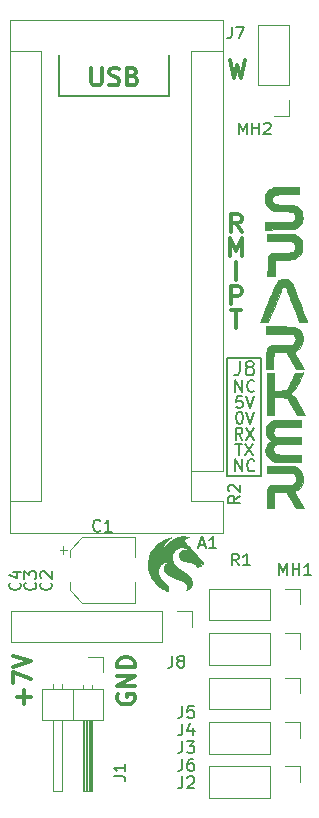
<source format=gbr>
G04 #@! TF.GenerationSoftware,KiCad,Pcbnew,(5.0.0)*
G04 #@! TF.CreationDate,2019-10-27T09:20:16+11:00*
G04 #@! TF.ProjectId,Kineses_Board,4B696E657365735F426F6172642E6B69,rev?*
G04 #@! TF.SameCoordinates,Original*
G04 #@! TF.FileFunction,Legend,Top*
G04 #@! TF.FilePolarity,Positive*
%FSLAX46Y46*%
G04 Gerber Fmt 4.6, Leading zero omitted, Abs format (unit mm)*
G04 Created by KiCad (PCBNEW (5.0.0)) date 10/27/19 09:20:16*
%MOMM*%
%LPD*%
G01*
G04 APERTURE LIST*
%ADD10C,0.300000*%
%ADD11C,0.200000*%
%ADD12C,0.150000*%
%ADD13C,0.120000*%
%ADD14C,0.010000*%
G04 APERTURE END LIST*
D10*
X144530000Y-109202857D02*
X144458571Y-109345714D01*
X144458571Y-109560000D01*
X144530000Y-109774285D01*
X144672857Y-109917142D01*
X144815714Y-109988571D01*
X145101428Y-110060000D01*
X145315714Y-110060000D01*
X145601428Y-109988571D01*
X145744285Y-109917142D01*
X145887142Y-109774285D01*
X145958571Y-109560000D01*
X145958571Y-109417142D01*
X145887142Y-109202857D01*
X145815714Y-109131428D01*
X145315714Y-109131428D01*
X145315714Y-109417142D01*
X145958571Y-108488571D02*
X144458571Y-108488571D01*
X145958571Y-107631428D01*
X144458571Y-107631428D01*
X145958571Y-106917142D02*
X144458571Y-106917142D01*
X144458571Y-106560000D01*
X144530000Y-106345714D01*
X144672857Y-106202857D01*
X144815714Y-106131428D01*
X145101428Y-106060000D01*
X145315714Y-106060000D01*
X145601428Y-106131428D01*
X145744285Y-106202857D01*
X145887142Y-106345714D01*
X145958571Y-106560000D01*
X145958571Y-106917142D01*
X136557142Y-109988571D02*
X136557142Y-108845714D01*
X137128571Y-109417142D02*
X135985714Y-109417142D01*
X135628571Y-108274285D02*
X135628571Y-107274285D01*
X137128571Y-107917142D01*
X135628571Y-106917142D02*
X137128571Y-106417142D01*
X135628571Y-105917142D01*
D11*
X153800000Y-90680000D02*
X153800000Y-80710000D01*
X156680000Y-90680000D02*
X153800000Y-90680000D01*
X156680000Y-80710000D02*
X156680000Y-90680000D01*
X153800000Y-80710000D02*
X156680000Y-80710000D01*
X154840000Y-80982857D02*
X154840000Y-81840000D01*
X154782857Y-82011428D01*
X154668571Y-82125714D01*
X154497142Y-82182857D01*
X154382857Y-82182857D01*
X155582857Y-81497142D02*
X155468571Y-81440000D01*
X155411428Y-81382857D01*
X155354285Y-81268571D01*
X155354285Y-81211428D01*
X155411428Y-81097142D01*
X155468571Y-81040000D01*
X155582857Y-80982857D01*
X155811428Y-80982857D01*
X155925714Y-81040000D01*
X155982857Y-81097142D01*
X156040000Y-81211428D01*
X156040000Y-81268571D01*
X155982857Y-81382857D01*
X155925714Y-81440000D01*
X155811428Y-81497142D01*
X155582857Y-81497142D01*
X155468571Y-81554285D01*
X155411428Y-81611428D01*
X155354285Y-81725714D01*
X155354285Y-81954285D01*
X155411428Y-82068571D01*
X155468571Y-82125714D01*
X155582857Y-82182857D01*
X155811428Y-82182857D01*
X155925714Y-82125714D01*
X155982857Y-82068571D01*
X156040000Y-81954285D01*
X156040000Y-81725714D01*
X155982857Y-81611428D01*
X155925714Y-81554285D01*
X155811428Y-81497142D01*
D12*
X154454285Y-90312376D02*
X154454285Y-89312376D01*
X155025714Y-90312376D01*
X155025714Y-89312376D01*
X156073333Y-90217138D02*
X156025714Y-90264757D01*
X155882857Y-90312376D01*
X155787619Y-90312376D01*
X155644761Y-90264757D01*
X155549523Y-90169519D01*
X155501904Y-90074281D01*
X155454285Y-89883805D01*
X155454285Y-89740948D01*
X155501904Y-89550472D01*
X155549523Y-89455234D01*
X155644761Y-89359996D01*
X155787619Y-89312376D01*
X155882857Y-89312376D01*
X156025714Y-89359996D01*
X156073333Y-89407615D01*
X154454285Y-83602796D02*
X154454285Y-82602796D01*
X155025714Y-83602796D01*
X155025714Y-82602796D01*
X156073333Y-83507558D02*
X156025714Y-83555177D01*
X155882857Y-83602796D01*
X155787619Y-83602796D01*
X155644761Y-83555177D01*
X155549523Y-83459939D01*
X155501904Y-83364701D01*
X155454285Y-83174225D01*
X155454285Y-83031368D01*
X155501904Y-82840892D01*
X155549523Y-82745654D01*
X155644761Y-82650416D01*
X155787619Y-82602796D01*
X155882857Y-82602796D01*
X156025714Y-82650416D01*
X156073333Y-82698035D01*
X155049523Y-83944712D02*
X154573333Y-83944712D01*
X154525714Y-84420903D01*
X154573333Y-84373284D01*
X154668571Y-84325665D01*
X154906666Y-84325665D01*
X155001904Y-84373284D01*
X155049523Y-84420903D01*
X155097142Y-84516141D01*
X155097142Y-84754236D01*
X155049523Y-84849474D01*
X155001904Y-84897093D01*
X154906666Y-84944712D01*
X154668571Y-84944712D01*
X154573333Y-84897093D01*
X154525714Y-84849474D01*
X155382857Y-83944712D02*
X155716190Y-84944712D01*
X156049523Y-83944712D01*
X154763809Y-85286628D02*
X154859047Y-85286628D01*
X154954285Y-85334248D01*
X155001904Y-85381867D01*
X155049523Y-85477105D01*
X155097142Y-85667581D01*
X155097142Y-85905676D01*
X155049523Y-86096152D01*
X155001904Y-86191390D01*
X154954285Y-86239009D01*
X154859047Y-86286628D01*
X154763809Y-86286628D01*
X154668571Y-86239009D01*
X154620952Y-86191390D01*
X154573333Y-86096152D01*
X154525714Y-85905676D01*
X154525714Y-85667581D01*
X154573333Y-85477105D01*
X154620952Y-85381867D01*
X154668571Y-85334248D01*
X154763809Y-85286628D01*
X155382857Y-85286628D02*
X155716190Y-86286628D01*
X156049523Y-85286628D01*
X155073333Y-87628544D02*
X154740000Y-87152354D01*
X154501904Y-87628544D02*
X154501904Y-86628544D01*
X154882857Y-86628544D01*
X154978095Y-86676164D01*
X155025714Y-86723783D01*
X155073333Y-86819021D01*
X155073333Y-86961878D01*
X155025714Y-87057116D01*
X154978095Y-87104735D01*
X154882857Y-87152354D01*
X154501904Y-87152354D01*
X155406666Y-86628544D02*
X156073333Y-87628544D01*
X156073333Y-86628544D02*
X155406666Y-87628544D01*
X154478095Y-87970460D02*
X155049523Y-87970460D01*
X154763809Y-88970460D02*
X154763809Y-87970460D01*
X155287619Y-87970460D02*
X155954285Y-88970460D01*
X155954285Y-87970460D02*
X155287619Y-88970460D01*
D10*
X154101428Y-76698571D02*
X154958571Y-76698571D01*
X154530000Y-78198571D02*
X154530000Y-76698571D01*
X154137142Y-76156071D02*
X154137142Y-74656071D01*
X154708571Y-74656071D01*
X154851428Y-74727500D01*
X154922857Y-74798928D01*
X154994285Y-74941785D01*
X154994285Y-75156071D01*
X154922857Y-75298928D01*
X154851428Y-75370357D01*
X154708571Y-75441785D01*
X154137142Y-75441785D01*
X154530000Y-74113571D02*
X154530000Y-72613571D01*
X154030000Y-72071071D02*
X154030000Y-70571071D01*
X154530000Y-71642500D01*
X155030000Y-70571071D01*
X155030000Y-72071071D01*
X154994285Y-70028571D02*
X154494285Y-69314285D01*
X154137142Y-70028571D02*
X154137142Y-68528571D01*
X154708571Y-68528571D01*
X154851428Y-68600000D01*
X154922857Y-68671428D01*
X154994285Y-68814285D01*
X154994285Y-69028571D01*
X154922857Y-69171428D01*
X154851428Y-69242857D01*
X154708571Y-69314285D01*
X154137142Y-69314285D01*
X154007142Y-55518571D02*
X154364285Y-57018571D01*
X154650000Y-55947142D01*
X154935714Y-57018571D01*
X155292857Y-55518571D01*
X142287142Y-56148571D02*
X142287142Y-57362857D01*
X142358571Y-57505714D01*
X142430000Y-57577142D01*
X142572857Y-57648571D01*
X142858571Y-57648571D01*
X143001428Y-57577142D01*
X143072857Y-57505714D01*
X143144285Y-57362857D01*
X143144285Y-56148571D01*
X143787142Y-57577142D02*
X144001428Y-57648571D01*
X144358571Y-57648571D01*
X144501428Y-57577142D01*
X144572857Y-57505714D01*
X144644285Y-57362857D01*
X144644285Y-57220000D01*
X144572857Y-57077142D01*
X144501428Y-57005714D01*
X144358571Y-56934285D01*
X144072857Y-56862857D01*
X143930000Y-56791428D01*
X143858571Y-56720000D01*
X143787142Y-56577142D01*
X143787142Y-56434285D01*
X143858571Y-56291428D01*
X143930000Y-56220000D01*
X144072857Y-56148571D01*
X144430000Y-56148571D01*
X144644285Y-56220000D01*
X145787142Y-56862857D02*
X146001428Y-56934285D01*
X146072857Y-57005714D01*
X146144285Y-57148571D01*
X146144285Y-57362857D01*
X146072857Y-57505714D01*
X146001428Y-57577142D01*
X145858571Y-57648571D01*
X145287142Y-57648571D01*
X145287142Y-56148571D01*
X145787142Y-56148571D01*
X145930000Y-56220000D01*
X146001428Y-56291428D01*
X146072857Y-56434285D01*
X146072857Y-56577142D01*
X146001428Y-56720000D01*
X145930000Y-56791428D01*
X145787142Y-56862857D01*
X145287142Y-56862857D01*
D12*
X139510000Y-58550000D02*
X148840000Y-58550000D01*
X148845000Y-58550000D02*
X148845000Y-55040000D01*
X139510000Y-58550000D02*
X139510000Y-55040000D01*
D13*
G04 #@! TO.C,C1*
X145980000Y-101430000D02*
X145980000Y-99730000D01*
X145980000Y-95910000D02*
X145980000Y-97610000D01*
X141524437Y-95910000D02*
X145980000Y-95910000D01*
X141524437Y-101430000D02*
X145980000Y-101430000D01*
X140460000Y-100365563D02*
X140460000Y-99730000D01*
X140460000Y-96974437D02*
X140460000Y-97610000D01*
X140460000Y-96974437D02*
X141524437Y-95910000D01*
X140460000Y-100365563D02*
X141524437Y-101430000D01*
X139595000Y-96985000D02*
X140220000Y-96985000D01*
X139907500Y-96672500D02*
X139907500Y-97297500D01*
G04 #@! TO.C,J1*
X143300000Y-108750000D02*
X138100000Y-108750000D01*
X138100000Y-108750000D02*
X138100000Y-111410000D01*
X138100000Y-111410000D02*
X143300000Y-111410000D01*
X143300000Y-111410000D02*
X143300000Y-108750000D01*
X142350000Y-111410000D02*
X142350000Y-117410000D01*
X142350000Y-117410000D02*
X141590000Y-117410000D01*
X141590000Y-117410000D02*
X141590000Y-111410000D01*
X142290000Y-111410000D02*
X142290000Y-117410000D01*
X142170000Y-111410000D02*
X142170000Y-117410000D01*
X142050000Y-111410000D02*
X142050000Y-117410000D01*
X141930000Y-111410000D02*
X141930000Y-117410000D01*
X141810000Y-111410000D02*
X141810000Y-117410000D01*
X141690000Y-111410000D02*
X141690000Y-117410000D01*
X142350000Y-108420000D02*
X142350000Y-108750000D01*
X141590000Y-108420000D02*
X141590000Y-108750000D01*
X140700000Y-108750000D02*
X140700000Y-111410000D01*
X139810000Y-111410000D02*
X139810000Y-117410000D01*
X139810000Y-117410000D02*
X139050000Y-117410000D01*
X139050000Y-117410000D02*
X139050000Y-111410000D01*
X139810000Y-108352929D02*
X139810000Y-108750000D01*
X139050000Y-108352929D02*
X139050000Y-108750000D01*
X141970000Y-106040000D02*
X143240000Y-106040000D01*
X143240000Y-106040000D02*
X143240000Y-107310000D01*
G04 #@! TO.C,J6*
X152235000Y-111570000D02*
X152235000Y-114230000D01*
X157375000Y-111570000D02*
X152235000Y-111570000D01*
X157375000Y-114230000D02*
X152235000Y-114230000D01*
X157375000Y-111570000D02*
X157375000Y-114230000D01*
X158645000Y-111570000D02*
X159975000Y-111570000D01*
X159975000Y-111570000D02*
X159975000Y-112900000D01*
D14*
G04 #@! TO.C,LOGO2*
G36*
X150300240Y-95838818D02*
X150431400Y-95863643D01*
X150526650Y-95886064D01*
X150441803Y-95902073D01*
X150334220Y-95932099D01*
X150245134Y-95978579D01*
X150172844Y-96042570D01*
X150135370Y-96092024D01*
X150122779Y-96110490D01*
X150112512Y-96126150D01*
X150105791Y-96140844D01*
X150103836Y-96156413D01*
X150107869Y-96174698D01*
X150119110Y-96197539D01*
X150138780Y-96226777D01*
X150168100Y-96264253D01*
X150208291Y-96311808D01*
X150260574Y-96371281D01*
X150326169Y-96444514D01*
X150406298Y-96533348D01*
X150488550Y-96624496D01*
X150535856Y-96677072D01*
X150595372Y-96743371D01*
X150662406Y-96818156D01*
X150732265Y-96896191D01*
X150800256Y-96972239D01*
X150818750Y-96992945D01*
X150890082Y-97072789D01*
X150969036Y-97161095D01*
X151049652Y-97251201D01*
X151125972Y-97336448D01*
X151192036Y-97410173D01*
X151198768Y-97417681D01*
X151259753Y-97485704D01*
X151322292Y-97555493D01*
X151381726Y-97621848D01*
X151433396Y-97679566D01*
X151471818Y-97722523D01*
X151562663Y-97824040D01*
X151637266Y-97907125D01*
X151695430Y-97971560D01*
X151731482Y-98011158D01*
X151768783Y-98051866D01*
X151746741Y-98109583D01*
X151733214Y-98142981D01*
X151723287Y-98163821D01*
X151720539Y-98167300D01*
X151707875Y-98162281D01*
X151678488Y-98149083D01*
X151638572Y-98130489D01*
X151635865Y-98129210D01*
X151592777Y-98110074D01*
X151556939Y-98096396D01*
X151536050Y-98091110D01*
X151535950Y-98091110D01*
X151505829Y-98082264D01*
X151477690Y-98061144D01*
X151461281Y-98035831D01*
X151460100Y-98028238D01*
X151470402Y-98004952D01*
X151493516Y-97993512D01*
X151513693Y-97997576D01*
X151522264Y-97996087D01*
X151521094Y-97988092D01*
X151504046Y-97971719D01*
X151473629Y-97966286D01*
X151439371Y-97971737D01*
X151410799Y-97988015D01*
X151410048Y-97988751D01*
X151385153Y-98028595D01*
X151384130Y-98072417D01*
X151406249Y-98117874D01*
X151450781Y-98162623D01*
X151468111Y-98175358D01*
X151517978Y-98215809D01*
X151543244Y-98251814D01*
X151544197Y-98283999D01*
X151528441Y-98306670D01*
X151501122Y-98324889D01*
X151455667Y-98347090D01*
X151398472Y-98370662D01*
X151335929Y-98392993D01*
X151274432Y-98411470D01*
X151267419Y-98413306D01*
X151199750Y-98430701D01*
X151177184Y-98373793D01*
X151157217Y-98333483D01*
X151127646Y-98285077D01*
X151098820Y-98244371D01*
X151053797Y-98190674D01*
X151006592Y-98145645D01*
X150953980Y-98107912D01*
X150892739Y-98076102D01*
X150819645Y-98048842D01*
X150731473Y-98024758D01*
X150625001Y-98002477D01*
X150497005Y-97980628D01*
X150469500Y-97976336D01*
X150315514Y-97950115D01*
X150184654Y-97922002D01*
X150074656Y-97890928D01*
X149983259Y-97855821D01*
X149908201Y-97815613D01*
X149847219Y-97769233D01*
X149798052Y-97715609D01*
X149758438Y-97653673D01*
X149749144Y-97635505D01*
X149734091Y-97602695D01*
X149724092Y-97573252D01*
X149718119Y-97540607D01*
X149715140Y-97498189D01*
X149714125Y-97439426D01*
X149714040Y-97411650D01*
X149714485Y-97344335D01*
X149716580Y-97296361D01*
X149721171Y-97261682D01*
X149729102Y-97234252D01*
X149741218Y-97208023D01*
X149742951Y-97204748D01*
X149801622Y-97120565D01*
X149876981Y-97052944D01*
X149965604Y-97002931D01*
X150064070Y-96971573D01*
X150168955Y-96959917D01*
X150276836Y-96969009D01*
X150384291Y-96999897D01*
X150396475Y-97004898D01*
X150416207Y-97008344D01*
X150419513Y-96996506D01*
X150407754Y-96972228D01*
X150382295Y-96938355D01*
X150345675Y-96898897D01*
X150255625Y-96826126D01*
X150155275Y-96776561D01*
X150044614Y-96750200D01*
X149923633Y-96747041D01*
X149792320Y-96767082D01*
X149732617Y-96782850D01*
X149586728Y-96837811D01*
X149458161Y-96910649D01*
X149347850Y-96999960D01*
X149256727Y-97104341D01*
X149185724Y-97222388D01*
X149135776Y-97352697D01*
X149107814Y-97493866D01*
X149102772Y-97644491D01*
X149108939Y-97721226D01*
X149133705Y-97861871D01*
X149174791Y-97992628D01*
X149233561Y-98115381D01*
X149311379Y-98232014D01*
X149409610Y-98344410D01*
X149529617Y-98454453D01*
X149672766Y-98564028D01*
X149764650Y-98626611D01*
X149792376Y-98644405D01*
X149836933Y-98672538D01*
X149893536Y-98708009D01*
X149957402Y-98747818D01*
X150005950Y-98777948D01*
X150113049Y-98844884D01*
X150201528Y-98901616D01*
X150274845Y-98950500D01*
X150336457Y-98993890D01*
X150389822Y-99034143D01*
X150431400Y-99067748D01*
X150547664Y-99176100D01*
X150639385Y-99287440D01*
X150707379Y-99403355D01*
X150752464Y-99525430D01*
X150775456Y-99655250D01*
X150778963Y-99742100D01*
X150766580Y-99880200D01*
X150731876Y-100006287D01*
X150675210Y-100119785D01*
X150596939Y-100220122D01*
X150497423Y-100306721D01*
X150384280Y-100375362D01*
X150351609Y-100391363D01*
X150329498Y-100401110D01*
X150324896Y-100402500D01*
X150327457Y-100392211D01*
X150339579Y-100364956D01*
X150358813Y-100326149D01*
X150363638Y-100316826D01*
X150385547Y-100273089D01*
X150398476Y-100239360D01*
X150404403Y-100206123D01*
X150405307Y-100163859D01*
X150403972Y-100122831D01*
X150391694Y-100022785D01*
X150361821Y-99934714D01*
X150311894Y-99853499D01*
X150239454Y-99774018D01*
X150234048Y-99768921D01*
X150187080Y-99727398D01*
X150137190Y-99688691D01*
X150081928Y-99651601D01*
X150018845Y-99614926D01*
X149945494Y-99577465D01*
X149859424Y-99538018D01*
X149758187Y-99495383D01*
X149639334Y-99448359D01*
X149500417Y-99395745D01*
X149390000Y-99354974D01*
X149298728Y-99320925D01*
X149207147Y-99285660D01*
X149120628Y-99251326D01*
X149044546Y-99220074D01*
X148984275Y-99194054D01*
X148961241Y-99183436D01*
X148814561Y-99105942D01*
X148692455Y-99024870D01*
X148594245Y-98939357D01*
X148519248Y-98848539D01*
X148466786Y-98751553D01*
X148436178Y-98647535D01*
X148426745Y-98535622D01*
X148427640Y-98505813D01*
X148441494Y-98398353D01*
X148472361Y-98306192D01*
X148522308Y-98224094D01*
X148553374Y-98187044D01*
X148596201Y-98146818D01*
X148647836Y-98108111D01*
X148701794Y-98074861D01*
X148751586Y-98051007D01*
X148790726Y-98040485D01*
X148795128Y-98040300D01*
X148816248Y-98036212D01*
X148816253Y-98026109D01*
X148797679Y-98013232D01*
X148764525Y-98001214D01*
X148699965Y-97991901D01*
X148621511Y-97993117D01*
X148537989Y-98004032D01*
X148458224Y-98023818D01*
X148433943Y-98032261D01*
X148308636Y-98092765D01*
X148196817Y-98173261D01*
X148100965Y-98271213D01*
X148023558Y-98384084D01*
X147967077Y-98509339D01*
X147966780Y-98510200D01*
X147950787Y-98567098D01*
X147940171Y-98632229D01*
X147933814Y-98713078D01*
X147932674Y-98738800D01*
X147932470Y-98848716D01*
X147942324Y-98943734D01*
X147963960Y-99032948D01*
X147999101Y-99125454D01*
X148010906Y-99151695D01*
X148043150Y-99217292D01*
X148078576Y-99280097D01*
X148119403Y-99342964D01*
X148167847Y-99408749D01*
X148226128Y-99480304D01*
X148296462Y-99560483D01*
X148381067Y-99652142D01*
X148482067Y-99758036D01*
X148573607Y-99854496D01*
X148647579Y-99936503D01*
X148705408Y-100006470D01*
X148748518Y-100066810D01*
X148778333Y-100119936D01*
X148796277Y-100168260D01*
X148803775Y-100214197D01*
X148802250Y-100260159D01*
X148797003Y-100291634D01*
X148785164Y-100333718D01*
X148768158Y-100377488D01*
X148749185Y-100416339D01*
X148731446Y-100443669D01*
X148718820Y-100452956D01*
X148704254Y-100448401D01*
X148671470Y-100436372D01*
X148625819Y-100418872D01*
X148588315Y-100404138D01*
X148366138Y-100303080D01*
X148157238Y-100181152D01*
X147960333Y-100037485D01*
X147774141Y-99871213D01*
X147719950Y-99816554D01*
X147560729Y-99634736D01*
X147424733Y-99443122D01*
X147311590Y-99240933D01*
X147220931Y-99027394D01*
X147152385Y-98801726D01*
X147105582Y-98563153D01*
X147098592Y-98512209D01*
X147079860Y-98266853D01*
X147086342Y-98023242D01*
X147117955Y-97782326D01*
X147174616Y-97545054D01*
X147186186Y-97506900D01*
X147263383Y-97301515D01*
X147363692Y-97103039D01*
X147485352Y-96913231D01*
X147626602Y-96733852D01*
X147785680Y-96566662D01*
X147960827Y-96413420D01*
X148150279Y-96275888D01*
X148352278Y-96155825D01*
X148565061Y-96054992D01*
X148685150Y-96008687D01*
X148735731Y-95992410D01*
X148798043Y-95974841D01*
X148865816Y-95957466D01*
X148932783Y-95941770D01*
X148992676Y-95929240D01*
X149039229Y-95921361D01*
X149061720Y-95919400D01*
X149057503Y-95924551D01*
X149034714Y-95938350D01*
X148997614Y-95958317D01*
X148975545Y-95969578D01*
X148844125Y-96048451D01*
X148717859Y-96149504D01*
X148600211Y-96269573D01*
X148494644Y-96405494D01*
X148488535Y-96414430D01*
X148452057Y-96471611D01*
X148414294Y-96536776D01*
X148376689Y-96606708D01*
X148340686Y-96678193D01*
X148307728Y-96748015D01*
X148279260Y-96812959D01*
X148256724Y-96869809D01*
X148241566Y-96915350D01*
X148235228Y-96946367D01*
X148239155Y-96959643D01*
X148243887Y-96959280D01*
X148256794Y-96947895D01*
X148281519Y-96920822D01*
X148314243Y-96882387D01*
X148343505Y-96846500D01*
X148411873Y-96765460D01*
X148493661Y-96675455D01*
X148583369Y-96582037D01*
X148675496Y-96490758D01*
X148764544Y-96407171D01*
X148845011Y-96336827D01*
X148862950Y-96322117D01*
X149049669Y-96182708D01*
X149235136Y-96067440D01*
X149421655Y-95975303D01*
X149611531Y-95905289D01*
X149807068Y-95856388D01*
X149987015Y-95829879D01*
X150139112Y-95824749D01*
X150300240Y-95838818D01*
X150300240Y-95838818D01*
G37*
X150300240Y-95838818D02*
X150431400Y-95863643D01*
X150526650Y-95886064D01*
X150441803Y-95902073D01*
X150334220Y-95932099D01*
X150245134Y-95978579D01*
X150172844Y-96042570D01*
X150135370Y-96092024D01*
X150122779Y-96110490D01*
X150112512Y-96126150D01*
X150105791Y-96140844D01*
X150103836Y-96156413D01*
X150107869Y-96174698D01*
X150119110Y-96197539D01*
X150138780Y-96226777D01*
X150168100Y-96264253D01*
X150208291Y-96311808D01*
X150260574Y-96371281D01*
X150326169Y-96444514D01*
X150406298Y-96533348D01*
X150488550Y-96624496D01*
X150535856Y-96677072D01*
X150595372Y-96743371D01*
X150662406Y-96818156D01*
X150732265Y-96896191D01*
X150800256Y-96972239D01*
X150818750Y-96992945D01*
X150890082Y-97072789D01*
X150969036Y-97161095D01*
X151049652Y-97251201D01*
X151125972Y-97336448D01*
X151192036Y-97410173D01*
X151198768Y-97417681D01*
X151259753Y-97485704D01*
X151322292Y-97555493D01*
X151381726Y-97621848D01*
X151433396Y-97679566D01*
X151471818Y-97722523D01*
X151562663Y-97824040D01*
X151637266Y-97907125D01*
X151695430Y-97971560D01*
X151731482Y-98011158D01*
X151768783Y-98051866D01*
X151746741Y-98109583D01*
X151733214Y-98142981D01*
X151723287Y-98163821D01*
X151720539Y-98167300D01*
X151707875Y-98162281D01*
X151678488Y-98149083D01*
X151638572Y-98130489D01*
X151635865Y-98129210D01*
X151592777Y-98110074D01*
X151556939Y-98096396D01*
X151536050Y-98091110D01*
X151535950Y-98091110D01*
X151505829Y-98082264D01*
X151477690Y-98061144D01*
X151461281Y-98035831D01*
X151460100Y-98028238D01*
X151470402Y-98004952D01*
X151493516Y-97993512D01*
X151513693Y-97997576D01*
X151522264Y-97996087D01*
X151521094Y-97988092D01*
X151504046Y-97971719D01*
X151473629Y-97966286D01*
X151439371Y-97971737D01*
X151410799Y-97988015D01*
X151410048Y-97988751D01*
X151385153Y-98028595D01*
X151384130Y-98072417D01*
X151406249Y-98117874D01*
X151450781Y-98162623D01*
X151468111Y-98175358D01*
X151517978Y-98215809D01*
X151543244Y-98251814D01*
X151544197Y-98283999D01*
X151528441Y-98306670D01*
X151501122Y-98324889D01*
X151455667Y-98347090D01*
X151398472Y-98370662D01*
X151335929Y-98392993D01*
X151274432Y-98411470D01*
X151267419Y-98413306D01*
X151199750Y-98430701D01*
X151177184Y-98373793D01*
X151157217Y-98333483D01*
X151127646Y-98285077D01*
X151098820Y-98244371D01*
X151053797Y-98190674D01*
X151006592Y-98145645D01*
X150953980Y-98107912D01*
X150892739Y-98076102D01*
X150819645Y-98048842D01*
X150731473Y-98024758D01*
X150625001Y-98002477D01*
X150497005Y-97980628D01*
X150469500Y-97976336D01*
X150315514Y-97950115D01*
X150184654Y-97922002D01*
X150074656Y-97890928D01*
X149983259Y-97855821D01*
X149908201Y-97815613D01*
X149847219Y-97769233D01*
X149798052Y-97715609D01*
X149758438Y-97653673D01*
X149749144Y-97635505D01*
X149734091Y-97602695D01*
X149724092Y-97573252D01*
X149718119Y-97540607D01*
X149715140Y-97498189D01*
X149714125Y-97439426D01*
X149714040Y-97411650D01*
X149714485Y-97344335D01*
X149716580Y-97296361D01*
X149721171Y-97261682D01*
X149729102Y-97234252D01*
X149741218Y-97208023D01*
X149742951Y-97204748D01*
X149801622Y-97120565D01*
X149876981Y-97052944D01*
X149965604Y-97002931D01*
X150064070Y-96971573D01*
X150168955Y-96959917D01*
X150276836Y-96969009D01*
X150384291Y-96999897D01*
X150396475Y-97004898D01*
X150416207Y-97008344D01*
X150419513Y-96996506D01*
X150407754Y-96972228D01*
X150382295Y-96938355D01*
X150345675Y-96898897D01*
X150255625Y-96826126D01*
X150155275Y-96776561D01*
X150044614Y-96750200D01*
X149923633Y-96747041D01*
X149792320Y-96767082D01*
X149732617Y-96782850D01*
X149586728Y-96837811D01*
X149458161Y-96910649D01*
X149347850Y-96999960D01*
X149256727Y-97104341D01*
X149185724Y-97222388D01*
X149135776Y-97352697D01*
X149107814Y-97493866D01*
X149102772Y-97644491D01*
X149108939Y-97721226D01*
X149133705Y-97861871D01*
X149174791Y-97992628D01*
X149233561Y-98115381D01*
X149311379Y-98232014D01*
X149409610Y-98344410D01*
X149529617Y-98454453D01*
X149672766Y-98564028D01*
X149764650Y-98626611D01*
X149792376Y-98644405D01*
X149836933Y-98672538D01*
X149893536Y-98708009D01*
X149957402Y-98747818D01*
X150005950Y-98777948D01*
X150113049Y-98844884D01*
X150201528Y-98901616D01*
X150274845Y-98950500D01*
X150336457Y-98993890D01*
X150389822Y-99034143D01*
X150431400Y-99067748D01*
X150547664Y-99176100D01*
X150639385Y-99287440D01*
X150707379Y-99403355D01*
X150752464Y-99525430D01*
X150775456Y-99655250D01*
X150778963Y-99742100D01*
X150766580Y-99880200D01*
X150731876Y-100006287D01*
X150675210Y-100119785D01*
X150596939Y-100220122D01*
X150497423Y-100306721D01*
X150384280Y-100375362D01*
X150351609Y-100391363D01*
X150329498Y-100401110D01*
X150324896Y-100402500D01*
X150327457Y-100392211D01*
X150339579Y-100364956D01*
X150358813Y-100326149D01*
X150363638Y-100316826D01*
X150385547Y-100273089D01*
X150398476Y-100239360D01*
X150404403Y-100206123D01*
X150405307Y-100163859D01*
X150403972Y-100122831D01*
X150391694Y-100022785D01*
X150361821Y-99934714D01*
X150311894Y-99853499D01*
X150239454Y-99774018D01*
X150234048Y-99768921D01*
X150187080Y-99727398D01*
X150137190Y-99688691D01*
X150081928Y-99651601D01*
X150018845Y-99614926D01*
X149945494Y-99577465D01*
X149859424Y-99538018D01*
X149758187Y-99495383D01*
X149639334Y-99448359D01*
X149500417Y-99395745D01*
X149390000Y-99354974D01*
X149298728Y-99320925D01*
X149207147Y-99285660D01*
X149120628Y-99251326D01*
X149044546Y-99220074D01*
X148984275Y-99194054D01*
X148961241Y-99183436D01*
X148814561Y-99105942D01*
X148692455Y-99024870D01*
X148594245Y-98939357D01*
X148519248Y-98848539D01*
X148466786Y-98751553D01*
X148436178Y-98647535D01*
X148426745Y-98535622D01*
X148427640Y-98505813D01*
X148441494Y-98398353D01*
X148472361Y-98306192D01*
X148522308Y-98224094D01*
X148553374Y-98187044D01*
X148596201Y-98146818D01*
X148647836Y-98108111D01*
X148701794Y-98074861D01*
X148751586Y-98051007D01*
X148790726Y-98040485D01*
X148795128Y-98040300D01*
X148816248Y-98036212D01*
X148816253Y-98026109D01*
X148797679Y-98013232D01*
X148764525Y-98001214D01*
X148699965Y-97991901D01*
X148621511Y-97993117D01*
X148537989Y-98004032D01*
X148458224Y-98023818D01*
X148433943Y-98032261D01*
X148308636Y-98092765D01*
X148196817Y-98173261D01*
X148100965Y-98271213D01*
X148023558Y-98384084D01*
X147967077Y-98509339D01*
X147966780Y-98510200D01*
X147950787Y-98567098D01*
X147940171Y-98632229D01*
X147933814Y-98713078D01*
X147932674Y-98738800D01*
X147932470Y-98848716D01*
X147942324Y-98943734D01*
X147963960Y-99032948D01*
X147999101Y-99125454D01*
X148010906Y-99151695D01*
X148043150Y-99217292D01*
X148078576Y-99280097D01*
X148119403Y-99342964D01*
X148167847Y-99408749D01*
X148226128Y-99480304D01*
X148296462Y-99560483D01*
X148381067Y-99652142D01*
X148482067Y-99758036D01*
X148573607Y-99854496D01*
X148647579Y-99936503D01*
X148705408Y-100006470D01*
X148748518Y-100066810D01*
X148778333Y-100119936D01*
X148796277Y-100168260D01*
X148803775Y-100214197D01*
X148802250Y-100260159D01*
X148797003Y-100291634D01*
X148785164Y-100333718D01*
X148768158Y-100377488D01*
X148749185Y-100416339D01*
X148731446Y-100443669D01*
X148718820Y-100452956D01*
X148704254Y-100448401D01*
X148671470Y-100436372D01*
X148625819Y-100418872D01*
X148588315Y-100404138D01*
X148366138Y-100303080D01*
X148157238Y-100181152D01*
X147960333Y-100037485D01*
X147774141Y-99871213D01*
X147719950Y-99816554D01*
X147560729Y-99634736D01*
X147424733Y-99443122D01*
X147311590Y-99240933D01*
X147220931Y-99027394D01*
X147152385Y-98801726D01*
X147105582Y-98563153D01*
X147098592Y-98512209D01*
X147079860Y-98266853D01*
X147086342Y-98023242D01*
X147117955Y-97782326D01*
X147174616Y-97545054D01*
X147186186Y-97506900D01*
X147263383Y-97301515D01*
X147363692Y-97103039D01*
X147485352Y-96913231D01*
X147626602Y-96733852D01*
X147785680Y-96566662D01*
X147960827Y-96413420D01*
X148150279Y-96275888D01*
X148352278Y-96155825D01*
X148565061Y-96054992D01*
X148685150Y-96008687D01*
X148735731Y-95992410D01*
X148798043Y-95974841D01*
X148865816Y-95957466D01*
X148932783Y-95941770D01*
X148992676Y-95929240D01*
X149039229Y-95921361D01*
X149061720Y-95919400D01*
X149057503Y-95924551D01*
X149034714Y-95938350D01*
X148997614Y-95958317D01*
X148975545Y-95969578D01*
X148844125Y-96048451D01*
X148717859Y-96149504D01*
X148600211Y-96269573D01*
X148494644Y-96405494D01*
X148488535Y-96414430D01*
X148452057Y-96471611D01*
X148414294Y-96536776D01*
X148376689Y-96606708D01*
X148340686Y-96678193D01*
X148307728Y-96748015D01*
X148279260Y-96812959D01*
X148256724Y-96869809D01*
X148241566Y-96915350D01*
X148235228Y-96946367D01*
X148239155Y-96959643D01*
X148243887Y-96959280D01*
X148256794Y-96947895D01*
X148281519Y-96920822D01*
X148314243Y-96882387D01*
X148343505Y-96846500D01*
X148411873Y-96765460D01*
X148493661Y-96675455D01*
X148583369Y-96582037D01*
X148675496Y-96490758D01*
X148764544Y-96407171D01*
X148845011Y-96336827D01*
X148862950Y-96322117D01*
X149049669Y-96182708D01*
X149235136Y-96067440D01*
X149421655Y-95975303D01*
X149611531Y-95905289D01*
X149807068Y-95856388D01*
X149987015Y-95829879D01*
X150139112Y-95824749D01*
X150300240Y-95838818D01*
G04 #@! TO.C,LOGO1*
G36*
X158300600Y-89871366D02*
X159477467Y-89881467D01*
X159671328Y-89976664D01*
X159886109Y-90115163D01*
X160046833Y-90293580D01*
X160153969Y-90512759D01*
X160207984Y-90773539D01*
X160215026Y-90954863D01*
X160181141Y-91232385D01*
X160090948Y-91480663D01*
X159948453Y-91693033D01*
X159757665Y-91862833D01*
X159621508Y-91941590D01*
X159469185Y-92015067D01*
X159885130Y-92726266D01*
X160301075Y-93437466D01*
X159976923Y-93447226D01*
X159833452Y-93448201D01*
X159715059Y-93442782D01*
X159638396Y-93432046D01*
X159619963Y-93424176D01*
X159593959Y-93386627D01*
X159539031Y-93299333D01*
X159460483Y-93170998D01*
X159363617Y-93010328D01*
X159253736Y-92826027D01*
X159191095Y-92720150D01*
X158795036Y-92048933D01*
X158331483Y-92039508D01*
X158129031Y-92038235D01*
X157965834Y-92042980D01*
X157851797Y-92053248D01*
X157800631Y-92066100D01*
X157777697Y-92081864D01*
X157760655Y-92107286D01*
X157748635Y-92151582D01*
X157740766Y-92223966D01*
X157736177Y-92333652D01*
X157733997Y-92489854D01*
X157733356Y-92701787D01*
X157733333Y-92778258D01*
X157733333Y-93454400D01*
X157123733Y-93454400D01*
X157123733Y-92747822D01*
X157125748Y-92431206D01*
X157133127Y-92175191D01*
X157147873Y-91972730D01*
X157171989Y-91816774D01*
X157207478Y-91700275D01*
X157256343Y-91616185D01*
X157320586Y-91557456D01*
X157402211Y-91517038D01*
X157480182Y-91493452D01*
X157562163Y-91481719D01*
X157702546Y-91471775D01*
X157892013Y-91463978D01*
X158121248Y-91458686D01*
X158380934Y-91456258D01*
X158451063Y-91456140D01*
X158710881Y-91455728D01*
X158911998Y-91454154D01*
X159063442Y-91450776D01*
X159174244Y-91444952D01*
X159253435Y-91436040D01*
X159310042Y-91423398D01*
X159353097Y-91406384D01*
X159382689Y-91389904D01*
X159504761Y-91278884D01*
X159580610Y-91133105D01*
X159608138Y-90969196D01*
X159585248Y-90803786D01*
X159509843Y-90653504D01*
X159480107Y-90617569D01*
X159364214Y-90491067D01*
X158243974Y-90481285D01*
X157123733Y-90471504D01*
X157123733Y-89861266D01*
X158300600Y-89871366D01*
X158300600Y-89871366D01*
G37*
X158300600Y-89871366D02*
X159477467Y-89881467D01*
X159671328Y-89976664D01*
X159886109Y-90115163D01*
X160046833Y-90293580D01*
X160153969Y-90512759D01*
X160207984Y-90773539D01*
X160215026Y-90954863D01*
X160181141Y-91232385D01*
X160090948Y-91480663D01*
X159948453Y-91693033D01*
X159757665Y-91862833D01*
X159621508Y-91941590D01*
X159469185Y-92015067D01*
X159885130Y-92726266D01*
X160301075Y-93437466D01*
X159976923Y-93447226D01*
X159833452Y-93448201D01*
X159715059Y-93442782D01*
X159638396Y-93432046D01*
X159619963Y-93424176D01*
X159593959Y-93386627D01*
X159539031Y-93299333D01*
X159460483Y-93170998D01*
X159363617Y-93010328D01*
X159253736Y-92826027D01*
X159191095Y-92720150D01*
X158795036Y-92048933D01*
X158331483Y-92039508D01*
X158129031Y-92038235D01*
X157965834Y-92042980D01*
X157851797Y-92053248D01*
X157800631Y-92066100D01*
X157777697Y-92081864D01*
X157760655Y-92107286D01*
X157748635Y-92151582D01*
X157740766Y-92223966D01*
X157736177Y-92333652D01*
X157733997Y-92489854D01*
X157733356Y-92701787D01*
X157733333Y-92778258D01*
X157733333Y-93454400D01*
X157123733Y-93454400D01*
X157123733Y-92747822D01*
X157125748Y-92431206D01*
X157133127Y-92175191D01*
X157147873Y-91972730D01*
X157171989Y-91816774D01*
X157207478Y-91700275D01*
X157256343Y-91616185D01*
X157320586Y-91557456D01*
X157402211Y-91517038D01*
X157480182Y-91493452D01*
X157562163Y-91481719D01*
X157702546Y-91471775D01*
X157892013Y-91463978D01*
X158121248Y-91458686D01*
X158380934Y-91456258D01*
X158451063Y-91456140D01*
X158710881Y-91455728D01*
X158911998Y-91454154D01*
X159063442Y-91450776D01*
X159174244Y-91444952D01*
X159253435Y-91436040D01*
X159310042Y-91423398D01*
X159353097Y-91406384D01*
X159382689Y-91389904D01*
X159504761Y-91278884D01*
X159580610Y-91133105D01*
X159608138Y-90969196D01*
X159585248Y-90803786D01*
X159509843Y-90653504D01*
X159480107Y-90617569D01*
X159364214Y-90491067D01*
X158243974Y-90481285D01*
X157123733Y-90471504D01*
X157123733Y-89861266D01*
X158300600Y-89871366D01*
G36*
X160036266Y-86545600D02*
X159028733Y-86545652D01*
X158713121Y-86546221D01*
X158457941Y-86548776D01*
X158255896Y-86554644D01*
X158099690Y-86565150D01*
X157982024Y-86581622D01*
X157895601Y-86605386D01*
X157833124Y-86637769D01*
X157787295Y-86680097D01*
X157750818Y-86733697D01*
X157724919Y-86782667D01*
X157670313Y-86953540D01*
X157681000Y-87111385D01*
X157755618Y-87250738D01*
X157865835Y-87348917D01*
X157900187Y-87370919D01*
X157935852Y-87388287D01*
X157980815Y-87401568D01*
X158043062Y-87411312D01*
X158130580Y-87418064D01*
X158251356Y-87422374D01*
X158413375Y-87424789D01*
X158624623Y-87425857D01*
X158893087Y-87426126D01*
X158991408Y-87426133D01*
X160002400Y-87426133D01*
X160002400Y-88001867D01*
X158999985Y-88001867D01*
X158684685Y-88002493D01*
X158429869Y-88005148D01*
X158228292Y-88010991D01*
X158072710Y-88021187D01*
X157955877Y-88036895D01*
X157870551Y-88059278D01*
X157809485Y-88089498D01*
X157765437Y-88128716D01*
X157731160Y-88178094D01*
X157714908Y-88207951D01*
X157674227Y-88345003D01*
X157670484Y-88504128D01*
X157703528Y-88650722D01*
X157716973Y-88680308D01*
X157749654Y-88738220D01*
X157786422Y-88784946D01*
X157834551Y-88821778D01*
X157901312Y-88850006D01*
X157993980Y-88870920D01*
X158119827Y-88885810D01*
X158286125Y-88895968D01*
X158500148Y-88902682D01*
X158769168Y-88907245D01*
X159011800Y-88910034D01*
X160036266Y-88920735D01*
X160036266Y-89525867D01*
X159045667Y-89521907D01*
X158783332Y-89519862D01*
X158534398Y-89516051D01*
X158309402Y-89510779D01*
X158118883Y-89504353D01*
X157973379Y-89497076D01*
X157883428Y-89489255D01*
X157875099Y-89488007D01*
X157613541Y-89417641D01*
X157394298Y-89302764D01*
X157222699Y-89147492D01*
X157104074Y-88955942D01*
X157071960Y-88867786D01*
X157022756Y-88603127D01*
X157036445Y-88356307D01*
X157111549Y-88132134D01*
X157246594Y-87935412D01*
X157400420Y-87798392D01*
X157534662Y-87701148D01*
X157435825Y-87650037D01*
X157273208Y-87530277D01*
X157151976Y-87368346D01*
X157072944Y-87176318D01*
X157036930Y-86966262D01*
X157044752Y-86750251D01*
X157097225Y-86540356D01*
X157195166Y-86348648D01*
X157336961Y-86189274D01*
X157417887Y-86124543D01*
X157499681Y-86071765D01*
X157590083Y-86029743D01*
X157696830Y-85997278D01*
X157827663Y-85973172D01*
X157990321Y-85956227D01*
X158192543Y-85945245D01*
X158442067Y-85939028D01*
X158746634Y-85936378D01*
X158973034Y-85936000D01*
X160036266Y-85936000D01*
X160036266Y-86545600D01*
X160036266Y-86545600D01*
G37*
X160036266Y-86545600D02*
X159028733Y-86545652D01*
X158713121Y-86546221D01*
X158457941Y-86548776D01*
X158255896Y-86554644D01*
X158099690Y-86565150D01*
X157982024Y-86581622D01*
X157895601Y-86605386D01*
X157833124Y-86637769D01*
X157787295Y-86680097D01*
X157750818Y-86733697D01*
X157724919Y-86782667D01*
X157670313Y-86953540D01*
X157681000Y-87111385D01*
X157755618Y-87250738D01*
X157865835Y-87348917D01*
X157900187Y-87370919D01*
X157935852Y-87388287D01*
X157980815Y-87401568D01*
X158043062Y-87411312D01*
X158130580Y-87418064D01*
X158251356Y-87422374D01*
X158413375Y-87424789D01*
X158624623Y-87425857D01*
X158893087Y-87426126D01*
X158991408Y-87426133D01*
X160002400Y-87426133D01*
X160002400Y-88001867D01*
X158999985Y-88001867D01*
X158684685Y-88002493D01*
X158429869Y-88005148D01*
X158228292Y-88010991D01*
X158072710Y-88021187D01*
X157955877Y-88036895D01*
X157870551Y-88059278D01*
X157809485Y-88089498D01*
X157765437Y-88128716D01*
X157731160Y-88178094D01*
X157714908Y-88207951D01*
X157674227Y-88345003D01*
X157670484Y-88504128D01*
X157703528Y-88650722D01*
X157716973Y-88680308D01*
X157749654Y-88738220D01*
X157786422Y-88784946D01*
X157834551Y-88821778D01*
X157901312Y-88850006D01*
X157993980Y-88870920D01*
X158119827Y-88885810D01*
X158286125Y-88895968D01*
X158500148Y-88902682D01*
X158769168Y-88907245D01*
X159011800Y-88910034D01*
X160036266Y-88920735D01*
X160036266Y-89525867D01*
X159045667Y-89521907D01*
X158783332Y-89519862D01*
X158534398Y-89516051D01*
X158309402Y-89510779D01*
X158118883Y-89504353D01*
X157973379Y-89497076D01*
X157883428Y-89489255D01*
X157875099Y-89488007D01*
X157613541Y-89417641D01*
X157394298Y-89302764D01*
X157222699Y-89147492D01*
X157104074Y-88955942D01*
X157071960Y-88867786D01*
X157022756Y-88603127D01*
X157036445Y-88356307D01*
X157111549Y-88132134D01*
X157246594Y-87935412D01*
X157400420Y-87798392D01*
X157534662Y-87701148D01*
X157435825Y-87650037D01*
X157273208Y-87530277D01*
X157151976Y-87368346D01*
X157072944Y-87176318D01*
X157036930Y-86966262D01*
X157044752Y-86750251D01*
X157097225Y-86540356D01*
X157195166Y-86348648D01*
X157336961Y-86189274D01*
X157417887Y-86124543D01*
X157499681Y-86071765D01*
X157590083Y-86029743D01*
X157696830Y-85997278D01*
X157827663Y-85973172D01*
X157990321Y-85956227D01*
X158192543Y-85945245D01*
X158442067Y-85939028D01*
X158746634Y-85936378D01*
X158973034Y-85936000D01*
X160036266Y-85936000D01*
X160036266Y-86545600D01*
G36*
X160198614Y-81965811D02*
X160190765Y-82005836D01*
X160163360Y-82076868D01*
X160113668Y-82185755D01*
X160038960Y-82339342D01*
X159936505Y-82544478D01*
X159905724Y-82605635D01*
X159753237Y-82900496D01*
X159620933Y-83138198D01*
X159504651Y-83324787D01*
X159400230Y-83466311D01*
X159303508Y-83568816D01*
X159210325Y-83638351D01*
X159185722Y-83652005D01*
X159107294Y-83704176D01*
X159095500Y-83745538D01*
X159150224Y-83776783D01*
X159164200Y-83780649D01*
X159261311Y-83827439D01*
X159377156Y-83915686D01*
X159493859Y-84029861D01*
X159592152Y-84152407D01*
X159637368Y-84225590D01*
X159706932Y-84347524D01*
X159794471Y-84506593D01*
X159893609Y-84691182D01*
X159997972Y-84889677D01*
X160018882Y-84929966D01*
X160348181Y-85565915D01*
X160002197Y-85556224D01*
X159656214Y-85546533D01*
X159338657Y-84936933D01*
X159215157Y-84706015D01*
X159103953Y-84510234D01*
X159009533Y-84357032D01*
X158936388Y-84253852D01*
X158906798Y-84221069D01*
X158805245Y-84147519D01*
X158676089Y-84094905D01*
X158508994Y-84060937D01*
X158293624Y-84043324D01*
X158087266Y-84039467D01*
X157733333Y-84039467D01*
X157733333Y-85563467D01*
X157123733Y-85563467D01*
X157123733Y-81973600D01*
X157733333Y-81973600D01*
X157733333Y-83506590D01*
X158165133Y-83490738D01*
X158350859Y-83482899D01*
X158500869Y-83470150D01*
X158622929Y-83445937D01*
X158724809Y-83403705D01*
X158814277Y-83336902D01*
X158899101Y-83238972D01*
X158987049Y-83103361D01*
X159085890Y-82923517D01*
X159203392Y-82692883D01*
X159270906Y-82557800D01*
X159562510Y-81973600D01*
X159824788Y-81973137D01*
X159962374Y-81970211D01*
X160082266Y-81962921D01*
X160160896Y-81952765D01*
X160166561Y-81951393D01*
X160189636Y-81949946D01*
X160198614Y-81965811D01*
X160198614Y-81965811D01*
G37*
X160198614Y-81965811D02*
X160190765Y-82005836D01*
X160163360Y-82076868D01*
X160113668Y-82185755D01*
X160038960Y-82339342D01*
X159936505Y-82544478D01*
X159905724Y-82605635D01*
X159753237Y-82900496D01*
X159620933Y-83138198D01*
X159504651Y-83324787D01*
X159400230Y-83466311D01*
X159303508Y-83568816D01*
X159210325Y-83638351D01*
X159185722Y-83652005D01*
X159107294Y-83704176D01*
X159095500Y-83745538D01*
X159150224Y-83776783D01*
X159164200Y-83780649D01*
X159261311Y-83827439D01*
X159377156Y-83915686D01*
X159493859Y-84029861D01*
X159592152Y-84152407D01*
X159637368Y-84225590D01*
X159706932Y-84347524D01*
X159794471Y-84506593D01*
X159893609Y-84691182D01*
X159997972Y-84889677D01*
X160018882Y-84929966D01*
X160348181Y-85565915D01*
X160002197Y-85556224D01*
X159656214Y-85546533D01*
X159338657Y-84936933D01*
X159215157Y-84706015D01*
X159103953Y-84510234D01*
X159009533Y-84357032D01*
X158936388Y-84253852D01*
X158906798Y-84221069D01*
X158805245Y-84147519D01*
X158676089Y-84094905D01*
X158508994Y-84060937D01*
X158293624Y-84043324D01*
X158087266Y-84039467D01*
X157733333Y-84039467D01*
X157733333Y-85563467D01*
X157123733Y-85563467D01*
X157123733Y-81973600D01*
X157733333Y-81973600D01*
X157733333Y-83506590D01*
X158165133Y-83490738D01*
X158350859Y-83482899D01*
X158500869Y-83470150D01*
X158622929Y-83445937D01*
X158724809Y-83403705D01*
X158814277Y-83336902D01*
X158899101Y-83238972D01*
X158987049Y-83103361D01*
X159085890Y-82923517D01*
X159203392Y-82692883D01*
X159270906Y-82557800D01*
X159562510Y-81973600D01*
X159824788Y-81973137D01*
X159962374Y-81970211D01*
X160082266Y-81962921D01*
X160160896Y-81952765D01*
X160166561Y-81951393D01*
X160189636Y-81949946D01*
X160198614Y-81965811D01*
G36*
X158266733Y-78051900D02*
X159443600Y-78062000D01*
X159637461Y-78157197D01*
X159852242Y-78295696D01*
X160012967Y-78474114D01*
X160120103Y-78693292D01*
X160174117Y-78954072D01*
X160181159Y-79135397D01*
X160147275Y-79412918D01*
X160057081Y-79661196D01*
X159914587Y-79873566D01*
X159723799Y-80043367D01*
X159587642Y-80122124D01*
X159435318Y-80195600D01*
X160267208Y-81618000D01*
X159943056Y-81627759D01*
X159799585Y-81628734D01*
X159681193Y-81623316D01*
X159604530Y-81612580D01*
X159586096Y-81604710D01*
X159560092Y-81567160D01*
X159505165Y-81479866D01*
X159426616Y-81351531D01*
X159329750Y-81190861D01*
X159219869Y-81006560D01*
X159157229Y-80900684D01*
X158761170Y-80229466D01*
X158297616Y-80220041D01*
X158095164Y-80218768D01*
X157931967Y-80223513D01*
X157817931Y-80233781D01*
X157766764Y-80246633D01*
X157743830Y-80262397D01*
X157726789Y-80287820D01*
X157714769Y-80332116D01*
X157706899Y-80404500D01*
X157702310Y-80514185D01*
X157700130Y-80670387D01*
X157699489Y-80882320D01*
X157699467Y-80958791D01*
X157699467Y-81634933D01*
X157089867Y-81634933D01*
X157089867Y-80928356D01*
X157091881Y-80611739D01*
X157099260Y-80355725D01*
X157114006Y-80153263D01*
X157138122Y-79997307D01*
X157173611Y-79880808D01*
X157222476Y-79796718D01*
X157286720Y-79737989D01*
X157368345Y-79697572D01*
X157446315Y-79673986D01*
X157528296Y-79662253D01*
X157668679Y-79652308D01*
X157858146Y-79644512D01*
X158087381Y-79639220D01*
X158347067Y-79636791D01*
X158417197Y-79636673D01*
X158677015Y-79636261D01*
X158878131Y-79634687D01*
X159029575Y-79631309D01*
X159140378Y-79625485D01*
X159219568Y-79616573D01*
X159276176Y-79603931D01*
X159319231Y-79586917D01*
X159348822Y-79570438D01*
X159470894Y-79459418D01*
X159546743Y-79313639D01*
X159574271Y-79149730D01*
X159551381Y-78984320D01*
X159475976Y-78834037D01*
X159446240Y-78798102D01*
X159330347Y-78671600D01*
X158210107Y-78661818D01*
X157089867Y-78652037D01*
X157089867Y-78041799D01*
X158266733Y-78051900D01*
X158266733Y-78051900D01*
G37*
X158266733Y-78051900D02*
X159443600Y-78062000D01*
X159637461Y-78157197D01*
X159852242Y-78295696D01*
X160012967Y-78474114D01*
X160120103Y-78693292D01*
X160174117Y-78954072D01*
X160181159Y-79135397D01*
X160147275Y-79412918D01*
X160057081Y-79661196D01*
X159914587Y-79873566D01*
X159723799Y-80043367D01*
X159587642Y-80122124D01*
X159435318Y-80195600D01*
X160267208Y-81618000D01*
X159943056Y-81627759D01*
X159799585Y-81628734D01*
X159681193Y-81623316D01*
X159604530Y-81612580D01*
X159586096Y-81604710D01*
X159560092Y-81567160D01*
X159505165Y-81479866D01*
X159426616Y-81351531D01*
X159329750Y-81190861D01*
X159219869Y-81006560D01*
X159157229Y-80900684D01*
X158761170Y-80229466D01*
X158297616Y-80220041D01*
X158095164Y-80218768D01*
X157931967Y-80223513D01*
X157817931Y-80233781D01*
X157766764Y-80246633D01*
X157743830Y-80262397D01*
X157726789Y-80287820D01*
X157714769Y-80332116D01*
X157706899Y-80404500D01*
X157702310Y-80514185D01*
X157700130Y-80670387D01*
X157699489Y-80882320D01*
X157699467Y-80958791D01*
X157699467Y-81634933D01*
X157089867Y-81634933D01*
X157089867Y-80928356D01*
X157091881Y-80611739D01*
X157099260Y-80355725D01*
X157114006Y-80153263D01*
X157138122Y-79997307D01*
X157173611Y-79880808D01*
X157222476Y-79796718D01*
X157286720Y-79737989D01*
X157368345Y-79697572D01*
X157446315Y-79673986D01*
X157528296Y-79662253D01*
X157668679Y-79652308D01*
X157858146Y-79644512D01*
X158087381Y-79639220D01*
X158347067Y-79636791D01*
X158417197Y-79636673D01*
X158677015Y-79636261D01*
X158878131Y-79634687D01*
X159029575Y-79631309D01*
X159140378Y-79625485D01*
X159219568Y-79616573D01*
X159276176Y-79603931D01*
X159319231Y-79586917D01*
X159348822Y-79570438D01*
X159470894Y-79459418D01*
X159546743Y-79313639D01*
X159574271Y-79149730D01*
X159551381Y-78984320D01*
X159475976Y-78834037D01*
X159446240Y-78798102D01*
X159330347Y-78671600D01*
X158210107Y-78661818D01*
X157089867Y-78652037D01*
X157089867Y-78041799D01*
X158266733Y-78051900D01*
G36*
X158831803Y-74072138D02*
X158980596Y-74116813D01*
X159136541Y-74210428D01*
X159248433Y-74337146D01*
X159310157Y-74454369D01*
X159333772Y-74512139D01*
X159377437Y-74622933D01*
X159438366Y-74779456D01*
X159513774Y-74974412D01*
X159600874Y-75200505D01*
X159696883Y-75450440D01*
X159799013Y-75716922D01*
X159904480Y-75992655D01*
X160010498Y-76270342D01*
X160114281Y-76542690D01*
X160213044Y-76802401D01*
X160304002Y-77042181D01*
X160384368Y-77254734D01*
X160451358Y-77432765D01*
X160502185Y-77568977D01*
X160534065Y-77656075D01*
X160544266Y-77686615D01*
X160512805Y-77694961D01*
X160428030Y-77701567D01*
X160304354Y-77705583D01*
X160209223Y-77706400D01*
X160052665Y-77704852D01*
X159950951Y-77698789D01*
X159891234Y-77686086D01*
X159860668Y-77664615D01*
X159851166Y-77647133D01*
X159834653Y-77603642D01*
X159796891Y-77503628D01*
X159740468Y-77353966D01*
X159667974Y-77161535D01*
X159582000Y-76933208D01*
X159485136Y-76675863D01*
X159379972Y-76396376D01*
X159318587Y-76233200D01*
X159209027Y-75942701D01*
X159105331Y-75669217D01*
X159010234Y-75419851D01*
X158926470Y-75201707D01*
X158856772Y-75021889D01*
X158803874Y-74887501D01*
X158770510Y-74805648D01*
X158761629Y-74785890D01*
X158699363Y-74711356D01*
X158627103Y-74671379D01*
X158595842Y-74662938D01*
X158568180Y-74657363D01*
X158542108Y-74658882D01*
X158515617Y-74671721D01*
X158486698Y-74700107D01*
X158453344Y-74748265D01*
X158413544Y-74820423D01*
X158365290Y-74920808D01*
X158306574Y-75053646D01*
X158235386Y-75223163D01*
X158149718Y-75433586D01*
X158047561Y-75689142D01*
X157926905Y-75994057D01*
X157785743Y-76352559D01*
X157622066Y-76768872D01*
X157583009Y-76868200D01*
X157253379Y-77706400D01*
X156913999Y-77706400D01*
X156758838Y-77705080D01*
X156660579Y-77699952D01*
X156608419Y-77689265D01*
X156591559Y-77671269D01*
X156594495Y-77654605D01*
X156610557Y-77613893D01*
X156649242Y-77516361D01*
X156708124Y-77368119D01*
X156784772Y-77175277D01*
X156876757Y-76943944D01*
X156981650Y-76680229D01*
X157097023Y-76390244D01*
X157220445Y-76080096D01*
X157261892Y-75975961D01*
X157414220Y-75593792D01*
X157544363Y-75269581D01*
X157655001Y-74998283D01*
X157748819Y-74774853D01*
X157828496Y-74594246D01*
X157896717Y-74451418D01*
X157956162Y-74341323D01*
X158009513Y-74258915D01*
X158059454Y-74199152D01*
X158108666Y-74156986D01*
X158159830Y-74127373D01*
X158215630Y-74105269D01*
X158264620Y-74089837D01*
X158443217Y-74056390D01*
X158641609Y-74050842D01*
X158831803Y-74072138D01*
X158831803Y-74072138D01*
G37*
X158831803Y-74072138D02*
X158980596Y-74116813D01*
X159136541Y-74210428D01*
X159248433Y-74337146D01*
X159310157Y-74454369D01*
X159333772Y-74512139D01*
X159377437Y-74622933D01*
X159438366Y-74779456D01*
X159513774Y-74974412D01*
X159600874Y-75200505D01*
X159696883Y-75450440D01*
X159799013Y-75716922D01*
X159904480Y-75992655D01*
X160010498Y-76270342D01*
X160114281Y-76542690D01*
X160213044Y-76802401D01*
X160304002Y-77042181D01*
X160384368Y-77254734D01*
X160451358Y-77432765D01*
X160502185Y-77568977D01*
X160534065Y-77656075D01*
X160544266Y-77686615D01*
X160512805Y-77694961D01*
X160428030Y-77701567D01*
X160304354Y-77705583D01*
X160209223Y-77706400D01*
X160052665Y-77704852D01*
X159950951Y-77698789D01*
X159891234Y-77686086D01*
X159860668Y-77664615D01*
X159851166Y-77647133D01*
X159834653Y-77603642D01*
X159796891Y-77503628D01*
X159740468Y-77353966D01*
X159667974Y-77161535D01*
X159582000Y-76933208D01*
X159485136Y-76675863D01*
X159379972Y-76396376D01*
X159318587Y-76233200D01*
X159209027Y-75942701D01*
X159105331Y-75669217D01*
X159010234Y-75419851D01*
X158926470Y-75201707D01*
X158856772Y-75021889D01*
X158803874Y-74887501D01*
X158770510Y-74805648D01*
X158761629Y-74785890D01*
X158699363Y-74711356D01*
X158627103Y-74671379D01*
X158595842Y-74662938D01*
X158568180Y-74657363D01*
X158542108Y-74658882D01*
X158515617Y-74671721D01*
X158486698Y-74700107D01*
X158453344Y-74748265D01*
X158413544Y-74820423D01*
X158365290Y-74920808D01*
X158306574Y-75053646D01*
X158235386Y-75223163D01*
X158149718Y-75433586D01*
X158047561Y-75689142D01*
X157926905Y-75994057D01*
X157785743Y-76352559D01*
X157622066Y-76768872D01*
X157583009Y-76868200D01*
X157253379Y-77706400D01*
X156913999Y-77706400D01*
X156758838Y-77705080D01*
X156660579Y-77699952D01*
X156608419Y-77689265D01*
X156591559Y-77671269D01*
X156594495Y-77654605D01*
X156610557Y-77613893D01*
X156649242Y-77516361D01*
X156708124Y-77368119D01*
X156784772Y-77175277D01*
X156876757Y-76943944D01*
X156981650Y-76680229D01*
X157097023Y-76390244D01*
X157220445Y-76080096D01*
X157261892Y-75975961D01*
X157414220Y-75593792D01*
X157544363Y-75269581D01*
X157655001Y-74998283D01*
X157748819Y-74774853D01*
X157828496Y-74594246D01*
X157896717Y-74451418D01*
X157956162Y-74341323D01*
X158009513Y-74258915D01*
X158059454Y-74199152D01*
X158108666Y-74156986D01*
X158159830Y-74127373D01*
X158215630Y-74105269D01*
X158264620Y-74089837D01*
X158443217Y-74056390D01*
X158641609Y-74050842D01*
X158831803Y-74072138D01*
G36*
X158300600Y-70228617D02*
X159409733Y-70238800D01*
X159596206Y-70326278D01*
X159820793Y-70464648D01*
X159993250Y-70643392D01*
X160084081Y-70797220D01*
X160119462Y-70888726D01*
X160141156Y-70989829D01*
X160151991Y-71120175D01*
X160154800Y-71288667D01*
X160152773Y-71452789D01*
X160144145Y-71570593D01*
X160125100Y-71663436D01*
X160091819Y-71752677D01*
X160059602Y-71821194D01*
X159917253Y-72036525D01*
X159726396Y-72206523D01*
X159504283Y-72321329D01*
X159434628Y-72344799D01*
X159361327Y-72362234D01*
X159273179Y-72374503D01*
X159158982Y-72382476D01*
X159007535Y-72387019D01*
X158807634Y-72389003D01*
X158627303Y-72389333D01*
X158387153Y-72391057D01*
X158182422Y-72395971D01*
X158021446Y-72403692D01*
X157912558Y-72413836D01*
X157866573Y-72424391D01*
X157844229Y-72440238D01*
X157827624Y-72466613D01*
X157815913Y-72512705D01*
X157808250Y-72587703D01*
X157803787Y-72700797D01*
X157801680Y-72861175D01*
X157801080Y-73078026D01*
X157801067Y-73135591D01*
X157801067Y-73811733D01*
X157187174Y-73811733D01*
X157197787Y-72971940D01*
X157200969Y-72670158D01*
X157206526Y-72426991D01*
X157221105Y-72235992D01*
X157251357Y-72090712D01*
X157303930Y-71984703D01*
X157385472Y-71911516D01*
X157502633Y-71864702D01*
X157662061Y-71837814D01*
X157870405Y-71824403D01*
X158134315Y-71818021D01*
X158392133Y-71813600D01*
X158664195Y-71807932D01*
X158876891Y-71802171D01*
X159038589Y-71795644D01*
X159157653Y-71787678D01*
X159242449Y-71777602D01*
X159301343Y-71764742D01*
X159342701Y-71748425D01*
X159364482Y-71735417D01*
X159473194Y-71624401D01*
X159538090Y-71480085D01*
X159559413Y-71319359D01*
X159537403Y-71159113D01*
X159472305Y-71016234D01*
X159364359Y-70907614D01*
X159352504Y-70900068D01*
X159317309Y-70880628D01*
X159277411Y-70865260D01*
X159224885Y-70853487D01*
X159151806Y-70844831D01*
X159050249Y-70838814D01*
X158912289Y-70834959D01*
X158730002Y-70832788D01*
X158495463Y-70831825D01*
X158215933Y-70831593D01*
X157191467Y-70831467D01*
X157191467Y-70218435D01*
X158300600Y-70228617D01*
X158300600Y-70228617D01*
G37*
X158300600Y-70228617D02*
X159409733Y-70238800D01*
X159596206Y-70326278D01*
X159820793Y-70464648D01*
X159993250Y-70643392D01*
X160084081Y-70797220D01*
X160119462Y-70888726D01*
X160141156Y-70989829D01*
X160151991Y-71120175D01*
X160154800Y-71288667D01*
X160152773Y-71452789D01*
X160144145Y-71570593D01*
X160125100Y-71663436D01*
X160091819Y-71752677D01*
X160059602Y-71821194D01*
X159917253Y-72036525D01*
X159726396Y-72206523D01*
X159504283Y-72321329D01*
X159434628Y-72344799D01*
X159361327Y-72362234D01*
X159273179Y-72374503D01*
X159158982Y-72382476D01*
X159007535Y-72387019D01*
X158807634Y-72389003D01*
X158627303Y-72389333D01*
X158387153Y-72391057D01*
X158182422Y-72395971D01*
X158021446Y-72403692D01*
X157912558Y-72413836D01*
X157866573Y-72424391D01*
X157844229Y-72440238D01*
X157827624Y-72466613D01*
X157815913Y-72512705D01*
X157808250Y-72587703D01*
X157803787Y-72700797D01*
X157801680Y-72861175D01*
X157801080Y-73078026D01*
X157801067Y-73135591D01*
X157801067Y-73811733D01*
X157187174Y-73811733D01*
X157197787Y-72971940D01*
X157200969Y-72670158D01*
X157206526Y-72426991D01*
X157221105Y-72235992D01*
X157251357Y-72090712D01*
X157303930Y-71984703D01*
X157385472Y-71911516D01*
X157502633Y-71864702D01*
X157662061Y-71837814D01*
X157870405Y-71824403D01*
X158134315Y-71818021D01*
X158392133Y-71813600D01*
X158664195Y-71807932D01*
X158876891Y-71802171D01*
X159038589Y-71795644D01*
X159157653Y-71787678D01*
X159242449Y-71777602D01*
X159301343Y-71764742D01*
X159342701Y-71748425D01*
X159364482Y-71735417D01*
X159473194Y-71624401D01*
X159538090Y-71480085D01*
X159559413Y-71319359D01*
X159537403Y-71159113D01*
X159472305Y-71016234D01*
X159364359Y-70907614D01*
X159352504Y-70900068D01*
X159317309Y-70880628D01*
X159277411Y-70865260D01*
X159224885Y-70853487D01*
X159151806Y-70844831D01*
X159050249Y-70838814D01*
X158912289Y-70834959D01*
X158730002Y-70832788D01*
X158495463Y-70831825D01*
X158215933Y-70831593D01*
X157191467Y-70831467D01*
X157191467Y-70218435D01*
X158300600Y-70228617D01*
G36*
X159900800Y-66869067D02*
X158893267Y-66869566D01*
X158589550Y-66870056D01*
X158345914Y-66871904D01*
X158154707Y-66876177D01*
X158008277Y-66883941D01*
X157898973Y-66896262D01*
X157819142Y-66914208D01*
X157761132Y-66938844D01*
X157717292Y-66971237D01*
X157679970Y-67012453D01*
X157657576Y-67041790D01*
X157606825Y-67157888D01*
X157591394Y-67301942D01*
X157611298Y-67444106D01*
X157657357Y-67543010D01*
X157703331Y-67599198D01*
X157754086Y-67643107D01*
X157818512Y-67676532D01*
X157905497Y-67701269D01*
X158023927Y-67719113D01*
X158182692Y-67731859D01*
X158390680Y-67741302D01*
X158656778Y-67749237D01*
X158681600Y-67749879D01*
X158934304Y-67756951D01*
X159129376Y-67764178D01*
X159276911Y-67772554D01*
X159387005Y-67783075D01*
X159469754Y-67796735D01*
X159535253Y-67814528D01*
X159593597Y-67837451D01*
X159600145Y-67840388D01*
X159791327Y-67952998D01*
X159952393Y-68098469D01*
X160067357Y-68261292D01*
X160093554Y-68319020D01*
X160134692Y-68477619D01*
X160155603Y-68671832D01*
X160156541Y-68878377D01*
X160137757Y-69073971D01*
X160099504Y-69235331D01*
X160083177Y-69275966D01*
X159955191Y-69475022D01*
X159776378Y-69639253D01*
X159566225Y-69754119D01*
X159512520Y-69774385D01*
X159458669Y-69790796D01*
X159396899Y-69803852D01*
X159319438Y-69814054D01*
X159218511Y-69821904D01*
X159086348Y-69827903D01*
X158915175Y-69832552D01*
X158697219Y-69836351D01*
X158424709Y-69839802D01*
X158199000Y-69842262D01*
X157022133Y-69854694D01*
X157022133Y-69243165D01*
X158131266Y-69232982D01*
X158458017Y-69229609D01*
X158724035Y-69225291D01*
X158936320Y-69218832D01*
X159101873Y-69209035D01*
X159227694Y-69194703D01*
X159320784Y-69174640D01*
X159388142Y-69147647D01*
X159436768Y-69112529D01*
X159473663Y-69068089D01*
X159505827Y-69013130D01*
X159514530Y-68996485D01*
X159550380Y-68875143D01*
X159554536Y-68732424D01*
X159529222Y-68596077D01*
X159476659Y-68493847D01*
X159474018Y-68490856D01*
X159421163Y-68437390D01*
X159364940Y-68395695D01*
X159296140Y-68364010D01*
X159205555Y-68340580D01*
X159083973Y-68323644D01*
X158922186Y-68311445D01*
X158710983Y-68302226D01*
X158444533Y-68294316D01*
X158197677Y-68287545D01*
X158008121Y-68281147D01*
X157865453Y-68273865D01*
X157759259Y-68264445D01*
X157679125Y-68251631D01*
X157614638Y-68234168D01*
X157555386Y-68210801D01*
X157490955Y-68180273D01*
X157488491Y-68179066D01*
X157282128Y-68044971D01*
X157131329Y-67872344D01*
X157038094Y-67667253D01*
X157006751Y-67509831D01*
X156991376Y-67319192D01*
X156992506Y-67124118D01*
X157010680Y-66953393D01*
X157023678Y-66895322D01*
X157109712Y-66705623D01*
X157251537Y-66536194D01*
X157437589Y-66400166D01*
X157479337Y-66378000D01*
X157682533Y-66276400D01*
X158791667Y-66266217D01*
X159900800Y-66256035D01*
X159900800Y-66869067D01*
X159900800Y-66869067D01*
G37*
X159900800Y-66869067D02*
X158893267Y-66869566D01*
X158589550Y-66870056D01*
X158345914Y-66871904D01*
X158154707Y-66876177D01*
X158008277Y-66883941D01*
X157898973Y-66896262D01*
X157819142Y-66914208D01*
X157761132Y-66938844D01*
X157717292Y-66971237D01*
X157679970Y-67012453D01*
X157657576Y-67041790D01*
X157606825Y-67157888D01*
X157591394Y-67301942D01*
X157611298Y-67444106D01*
X157657357Y-67543010D01*
X157703331Y-67599198D01*
X157754086Y-67643107D01*
X157818512Y-67676532D01*
X157905497Y-67701269D01*
X158023927Y-67719113D01*
X158182692Y-67731859D01*
X158390680Y-67741302D01*
X158656778Y-67749237D01*
X158681600Y-67749879D01*
X158934304Y-67756951D01*
X159129376Y-67764178D01*
X159276911Y-67772554D01*
X159387005Y-67783075D01*
X159469754Y-67796735D01*
X159535253Y-67814528D01*
X159593597Y-67837451D01*
X159600145Y-67840388D01*
X159791327Y-67952998D01*
X159952393Y-68098469D01*
X160067357Y-68261292D01*
X160093554Y-68319020D01*
X160134692Y-68477619D01*
X160155603Y-68671832D01*
X160156541Y-68878377D01*
X160137757Y-69073971D01*
X160099504Y-69235331D01*
X160083177Y-69275966D01*
X159955191Y-69475022D01*
X159776378Y-69639253D01*
X159566225Y-69754119D01*
X159512520Y-69774385D01*
X159458669Y-69790796D01*
X159396899Y-69803852D01*
X159319438Y-69814054D01*
X159218511Y-69821904D01*
X159086348Y-69827903D01*
X158915175Y-69832552D01*
X158697219Y-69836351D01*
X158424709Y-69839802D01*
X158199000Y-69842262D01*
X157022133Y-69854694D01*
X157022133Y-69243165D01*
X158131266Y-69232982D01*
X158458017Y-69229609D01*
X158724035Y-69225291D01*
X158936320Y-69218832D01*
X159101873Y-69209035D01*
X159227694Y-69194703D01*
X159320784Y-69174640D01*
X159388142Y-69147647D01*
X159436768Y-69112529D01*
X159473663Y-69068089D01*
X159505827Y-69013130D01*
X159514530Y-68996485D01*
X159550380Y-68875143D01*
X159554536Y-68732424D01*
X159529222Y-68596077D01*
X159476659Y-68493847D01*
X159474018Y-68490856D01*
X159421163Y-68437390D01*
X159364940Y-68395695D01*
X159296140Y-68364010D01*
X159205555Y-68340580D01*
X159083973Y-68323644D01*
X158922186Y-68311445D01*
X158710983Y-68302226D01*
X158444533Y-68294316D01*
X158197677Y-68287545D01*
X158008121Y-68281147D01*
X157865453Y-68273865D01*
X157759259Y-68264445D01*
X157679125Y-68251631D01*
X157614638Y-68234168D01*
X157555386Y-68210801D01*
X157490955Y-68180273D01*
X157488491Y-68179066D01*
X157282128Y-68044971D01*
X157131329Y-67872344D01*
X157038094Y-67667253D01*
X157006751Y-67509831D01*
X156991376Y-67319192D01*
X156992506Y-67124118D01*
X157010680Y-66953393D01*
X157023678Y-66895322D01*
X157109712Y-66705623D01*
X157251537Y-66536194D01*
X157437589Y-66400166D01*
X157479337Y-66378000D01*
X157682533Y-66276400D01*
X158791667Y-66266217D01*
X159900800Y-66256035D01*
X159900800Y-66869067D01*
D13*
G04 #@! TO.C,A1*
X150740000Y-90330000D02*
X150740000Y-92870000D01*
X150740000Y-92870000D02*
X153410000Y-92870000D01*
X153410000Y-90330000D02*
X153410000Y-52100000D01*
X153410000Y-95540000D02*
X153410000Y-92870000D01*
X138040000Y-92870000D02*
X135370000Y-92870000D01*
X138040000Y-92870000D02*
X138040000Y-54770000D01*
X138040000Y-54770000D02*
X135370000Y-54770000D01*
X150740000Y-90330000D02*
X153410000Y-90330000D01*
X150740000Y-90330000D02*
X150740000Y-54770000D01*
X150740000Y-54770000D02*
X153410000Y-54770000D01*
X153410000Y-52100000D02*
X135370000Y-52100000D01*
X135370000Y-52100000D02*
X135370000Y-95540000D01*
X135370000Y-95540000D02*
X153410000Y-95540000D01*
G04 #@! TO.C,J2*
X152235000Y-115300000D02*
X152235000Y-117960000D01*
X157375000Y-115300000D02*
X152235000Y-115300000D01*
X157375000Y-117960000D02*
X152235000Y-117960000D01*
X157375000Y-115300000D02*
X157375000Y-117960000D01*
X158645000Y-115300000D02*
X159975000Y-115300000D01*
X159975000Y-115300000D02*
X159975000Y-116630000D01*
G04 #@! TO.C,J3*
X159975000Y-107790000D02*
X159975000Y-109120000D01*
X158645000Y-107790000D02*
X159975000Y-107790000D01*
X157375000Y-107790000D02*
X157375000Y-110450000D01*
X157375000Y-110450000D02*
X152235000Y-110450000D01*
X157375000Y-107790000D02*
X152235000Y-107790000D01*
X152235000Y-107790000D02*
X152235000Y-110450000D01*
G04 #@! TO.C,J4*
X152235000Y-104040000D02*
X152235000Y-106700000D01*
X157375000Y-104040000D02*
X152235000Y-104040000D01*
X157375000Y-106700000D02*
X152235000Y-106700000D01*
X157375000Y-104040000D02*
X157375000Y-106700000D01*
X158645000Y-104040000D02*
X159975000Y-104040000D01*
X159975000Y-104040000D02*
X159975000Y-105370000D01*
G04 #@! TO.C,J5*
X159975000Y-100260000D02*
X159975000Y-101590000D01*
X158645000Y-100260000D02*
X159975000Y-100260000D01*
X157375000Y-100260000D02*
X157375000Y-102920000D01*
X157375000Y-102920000D02*
X152235000Y-102920000D01*
X157375000Y-100260000D02*
X152235000Y-100260000D01*
X152235000Y-100260000D02*
X152235000Y-102920000D01*
G04 #@! TO.C,J7*
X159050000Y-60240000D02*
X157720000Y-60240000D01*
X159050000Y-58910000D02*
X159050000Y-60240000D01*
X159050000Y-57640000D02*
X156390000Y-57640000D01*
X156390000Y-57640000D02*
X156390000Y-52500000D01*
X159050000Y-57640000D02*
X159050000Y-52500000D01*
X159050000Y-52500000D02*
X156390000Y-52500000D01*
G04 #@! TO.C,J8*
X135470000Y-102150000D02*
X135470000Y-104810000D01*
X148230000Y-102150000D02*
X135470000Y-102150000D01*
X148230000Y-104810000D02*
X135470000Y-104810000D01*
X148230000Y-102150000D02*
X148230000Y-104810000D01*
X149500000Y-102150000D02*
X150830000Y-102150000D01*
X150830000Y-102150000D02*
X150830000Y-103480000D01*
G04 #@! TO.C,C1*
D12*
X143053333Y-95327142D02*
X143005714Y-95374761D01*
X142862857Y-95422380D01*
X142767619Y-95422380D01*
X142624761Y-95374761D01*
X142529523Y-95279523D01*
X142481904Y-95184285D01*
X142434285Y-94993809D01*
X142434285Y-94850952D01*
X142481904Y-94660476D01*
X142529523Y-94565238D01*
X142624761Y-94470000D01*
X142767619Y-94422380D01*
X142862857Y-94422380D01*
X143005714Y-94470000D01*
X143053333Y-94517619D01*
X144005714Y-95422380D02*
X143434285Y-95422380D01*
X143720000Y-95422380D02*
X143720000Y-94422380D01*
X143624761Y-94565238D01*
X143529523Y-94660476D01*
X143434285Y-94708095D01*
G04 #@! TO.C,J1*
X144162380Y-116123333D02*
X144876666Y-116123333D01*
X145019523Y-116170952D01*
X145114761Y-116266190D01*
X145162380Y-116409047D01*
X145162380Y-116504285D01*
X145162380Y-115123333D02*
X145162380Y-115694761D01*
X145162380Y-115409047D02*
X144162380Y-115409047D01*
X144305238Y-115504285D01*
X144400476Y-115599523D01*
X144448095Y-115694761D01*
G04 #@! TO.C,J6*
X149986666Y-114659880D02*
X149986666Y-115374166D01*
X149939047Y-115517023D01*
X149843809Y-115612261D01*
X149700952Y-115659880D01*
X149605714Y-115659880D01*
X150891428Y-114659880D02*
X150700952Y-114659880D01*
X150605714Y-114707500D01*
X150558095Y-114755119D01*
X150462857Y-114897976D01*
X150415238Y-115088452D01*
X150415238Y-115469404D01*
X150462857Y-115564642D01*
X150510476Y-115612261D01*
X150605714Y-115659880D01*
X150796190Y-115659880D01*
X150891428Y-115612261D01*
X150939047Y-115564642D01*
X150986666Y-115469404D01*
X150986666Y-115231309D01*
X150939047Y-115136071D01*
X150891428Y-115088452D01*
X150796190Y-115040833D01*
X150605714Y-115040833D01*
X150510476Y-115088452D01*
X150462857Y-115136071D01*
X150415238Y-115231309D01*
G04 #@! TO.C,MH1*
X158176666Y-99122380D02*
X158176666Y-98122380D01*
X158510000Y-98836666D01*
X158843333Y-98122380D01*
X158843333Y-99122380D01*
X159319523Y-99122380D02*
X159319523Y-98122380D01*
X159319523Y-98598571D02*
X159890952Y-98598571D01*
X159890952Y-99122380D02*
X159890952Y-98122380D01*
X160890952Y-99122380D02*
X160319523Y-99122380D01*
X160605238Y-99122380D02*
X160605238Y-98122380D01*
X160510000Y-98265238D01*
X160414761Y-98360476D01*
X160319523Y-98408095D01*
G04 #@! TO.C,MH2*
X154756666Y-61787379D02*
X154756666Y-60787379D01*
X155090000Y-61501665D01*
X155423333Y-60787379D01*
X155423333Y-61787379D01*
X155899523Y-61787379D02*
X155899523Y-60787379D01*
X155899523Y-61263570D02*
X156470952Y-61263570D01*
X156470952Y-61787379D02*
X156470952Y-60787379D01*
X156899523Y-60882618D02*
X156947142Y-60834999D01*
X157042380Y-60787379D01*
X157280476Y-60787379D01*
X157375714Y-60834999D01*
X157423333Y-60882618D01*
X157470952Y-60977856D01*
X157470952Y-61073094D01*
X157423333Y-61215951D01*
X156851904Y-61787379D01*
X157470952Y-61787379D01*
G04 #@! TO.C,A1*
X151415714Y-96526666D02*
X151891904Y-96526666D01*
X151320476Y-96812380D02*
X151653809Y-95812380D01*
X151987142Y-96812380D01*
X152844285Y-96812380D02*
X152272857Y-96812380D01*
X152558571Y-96812380D02*
X152558571Y-95812380D01*
X152463333Y-95955238D01*
X152368095Y-96050476D01*
X152272857Y-96098095D01*
G04 #@! TO.C,C2*
X138857142Y-99736666D02*
X138904761Y-99784285D01*
X138952380Y-99927142D01*
X138952380Y-100022380D01*
X138904761Y-100165238D01*
X138809523Y-100260476D01*
X138714285Y-100308095D01*
X138523809Y-100355714D01*
X138380952Y-100355714D01*
X138190476Y-100308095D01*
X138095238Y-100260476D01*
X138000000Y-100165238D01*
X137952380Y-100022380D01*
X137952380Y-99927142D01*
X138000000Y-99784285D01*
X138047619Y-99736666D01*
X138047619Y-99355714D02*
X138000000Y-99308095D01*
X137952380Y-99212857D01*
X137952380Y-98974761D01*
X138000000Y-98879523D01*
X138047619Y-98831904D01*
X138142857Y-98784285D01*
X138238095Y-98784285D01*
X138380952Y-98831904D01*
X138952380Y-99403333D01*
X138952380Y-98784285D01*
G04 #@! TO.C,C3*
X137517142Y-99736666D02*
X137564761Y-99784285D01*
X137612380Y-99927142D01*
X137612380Y-100022380D01*
X137564761Y-100165238D01*
X137469523Y-100260476D01*
X137374285Y-100308095D01*
X137183809Y-100355714D01*
X137040952Y-100355714D01*
X136850476Y-100308095D01*
X136755238Y-100260476D01*
X136660000Y-100165238D01*
X136612380Y-100022380D01*
X136612380Y-99927142D01*
X136660000Y-99784285D01*
X136707619Y-99736666D01*
X136612380Y-99403333D02*
X136612380Y-98784285D01*
X136993333Y-99117619D01*
X136993333Y-98974761D01*
X137040952Y-98879523D01*
X137088571Y-98831904D01*
X137183809Y-98784285D01*
X137421904Y-98784285D01*
X137517142Y-98831904D01*
X137564761Y-98879523D01*
X137612380Y-98974761D01*
X137612380Y-99260476D01*
X137564761Y-99355714D01*
X137517142Y-99403333D01*
G04 #@! TO.C,C4*
X136217142Y-99736666D02*
X136264761Y-99784285D01*
X136312380Y-99927142D01*
X136312380Y-100022380D01*
X136264761Y-100165238D01*
X136169523Y-100260476D01*
X136074285Y-100308095D01*
X135883809Y-100355714D01*
X135740952Y-100355714D01*
X135550476Y-100308095D01*
X135455238Y-100260476D01*
X135360000Y-100165238D01*
X135312380Y-100022380D01*
X135312380Y-99927142D01*
X135360000Y-99784285D01*
X135407619Y-99736666D01*
X135645714Y-98879523D02*
X136312380Y-98879523D01*
X135264761Y-99117619D02*
X135979047Y-99355714D01*
X135979047Y-98736666D01*
G04 #@! TO.C,J2*
X149986666Y-116152380D02*
X149986666Y-116866666D01*
X149939047Y-117009523D01*
X149843809Y-117104761D01*
X149700952Y-117152380D01*
X149605714Y-117152380D01*
X150415238Y-116247619D02*
X150462857Y-116200000D01*
X150558095Y-116152380D01*
X150796190Y-116152380D01*
X150891428Y-116200000D01*
X150939047Y-116247619D01*
X150986666Y-116342857D01*
X150986666Y-116438095D01*
X150939047Y-116580952D01*
X150367619Y-117152380D01*
X150986666Y-117152380D01*
G04 #@! TO.C,J3*
X149986666Y-113167380D02*
X149986666Y-113881666D01*
X149939047Y-114024523D01*
X149843809Y-114119761D01*
X149700952Y-114167380D01*
X149605714Y-114167380D01*
X150367619Y-113167380D02*
X150986666Y-113167380D01*
X150653333Y-113548333D01*
X150796190Y-113548333D01*
X150891428Y-113595952D01*
X150939047Y-113643571D01*
X150986666Y-113738809D01*
X150986666Y-113976904D01*
X150939047Y-114072142D01*
X150891428Y-114119761D01*
X150796190Y-114167380D01*
X150510476Y-114167380D01*
X150415238Y-114119761D01*
X150367619Y-114072142D01*
G04 #@! TO.C,J4*
X149986666Y-111674880D02*
X149986666Y-112389166D01*
X149939047Y-112532023D01*
X149843809Y-112627261D01*
X149700952Y-112674880D01*
X149605714Y-112674880D01*
X150891428Y-112008214D02*
X150891428Y-112674880D01*
X150653333Y-111627261D02*
X150415238Y-112341547D01*
X151034285Y-112341547D01*
G04 #@! TO.C,J5*
X149986666Y-110182380D02*
X149986666Y-110896666D01*
X149939047Y-111039523D01*
X149843809Y-111134761D01*
X149700952Y-111182380D01*
X149605714Y-111182380D01*
X150939047Y-110182380D02*
X150462857Y-110182380D01*
X150415238Y-110658571D01*
X150462857Y-110610952D01*
X150558095Y-110563333D01*
X150796190Y-110563333D01*
X150891428Y-110610952D01*
X150939047Y-110658571D01*
X150986666Y-110753809D01*
X150986666Y-110991904D01*
X150939047Y-111087142D01*
X150891428Y-111134761D01*
X150796190Y-111182380D01*
X150558095Y-111182380D01*
X150462857Y-111134761D01*
X150415238Y-111087142D01*
G04 #@! TO.C,J7*
X154186666Y-52672380D02*
X154186666Y-53386666D01*
X154139047Y-53529523D01*
X154043809Y-53624761D01*
X153900952Y-53672380D01*
X153805714Y-53672380D01*
X154567619Y-52672380D02*
X155234285Y-52672380D01*
X154805714Y-53672380D01*
G04 #@! TO.C,J8*
X149136666Y-105932380D02*
X149136666Y-106646666D01*
X149089047Y-106789523D01*
X148993809Y-106884761D01*
X148850952Y-106932380D01*
X148755714Y-106932380D01*
X149755714Y-106360952D02*
X149660476Y-106313333D01*
X149612857Y-106265714D01*
X149565238Y-106170476D01*
X149565238Y-106122857D01*
X149612857Y-106027619D01*
X149660476Y-105980000D01*
X149755714Y-105932380D01*
X149946190Y-105932380D01*
X150041428Y-105980000D01*
X150089047Y-106027619D01*
X150136666Y-106122857D01*
X150136666Y-106170476D01*
X150089047Y-106265714D01*
X150041428Y-106313333D01*
X149946190Y-106360952D01*
X149755714Y-106360952D01*
X149660476Y-106408571D01*
X149612857Y-106456190D01*
X149565238Y-106551428D01*
X149565238Y-106741904D01*
X149612857Y-106837142D01*
X149660476Y-106884761D01*
X149755714Y-106932380D01*
X149946190Y-106932380D01*
X150041428Y-106884761D01*
X150089047Y-106837142D01*
X150136666Y-106741904D01*
X150136666Y-106551428D01*
X150089047Y-106456190D01*
X150041428Y-106408571D01*
X149946190Y-106360952D01*
G04 #@! TO.C,R1*
X154753333Y-98282380D02*
X154420000Y-97806190D01*
X154181904Y-98282380D02*
X154181904Y-97282380D01*
X154562857Y-97282380D01*
X154658095Y-97330000D01*
X154705714Y-97377619D01*
X154753333Y-97472857D01*
X154753333Y-97615714D01*
X154705714Y-97710952D01*
X154658095Y-97758571D01*
X154562857Y-97806190D01*
X154181904Y-97806190D01*
X155705714Y-98282380D02*
X155134285Y-98282380D01*
X155420000Y-98282380D02*
X155420000Y-97282380D01*
X155324761Y-97425238D01*
X155229523Y-97520476D01*
X155134285Y-97568095D01*
G04 #@! TO.C,R2*
X154872380Y-92386666D02*
X154396190Y-92720000D01*
X154872380Y-92958095D02*
X153872380Y-92958095D01*
X153872380Y-92577142D01*
X153920000Y-92481904D01*
X153967619Y-92434285D01*
X154062857Y-92386666D01*
X154205714Y-92386666D01*
X154300952Y-92434285D01*
X154348571Y-92481904D01*
X154396190Y-92577142D01*
X154396190Y-92958095D01*
X153967619Y-92005714D02*
X153920000Y-91958095D01*
X153872380Y-91862857D01*
X153872380Y-91624761D01*
X153920000Y-91529523D01*
X153967619Y-91481904D01*
X154062857Y-91434285D01*
X154158095Y-91434285D01*
X154300952Y-91481904D01*
X154872380Y-92053333D01*
X154872380Y-91434285D01*
G04 #@! TD*
M02*

</source>
